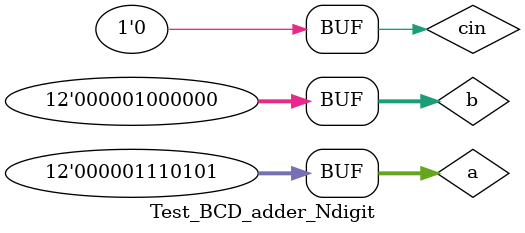
<source format=v>
module Test_BCD_adder_Ndigit;   
    wire [11:0] s;
    wire cout;

    reg [11:0] a;
    reg [11:0] b;
    reg cin; 

    bcd_adder_Ndigit uut (
        s,cout,a,b,cin
   );
    
    initial begin
        a = 0;  b = 0;  cin = 0;

        #10; 
        	 a=12'b010010011001; b=12'b010010010000; cin=1'b0; //49 + 49
        #10  a=12'b000100010001; b=12'b001000011100; cin=1'b0; //11 + 21
        #10  a=12'b000001110101; b=12'b000001000000; cin=1'b0; //7 + 4
        //#10  a=8'b00000111; b=8'b00000100; cin=1'b1; //7 + 4, with carry
        //#10  a=8'b00001001; b=8'b00001001; cin=1'b0; //9 + 9
        //#10  a=8'b00001001; b=8'b00001001; cin=1'b1; //9 + 9, with carry
        //#10  a=8'b10010001; b=8'b00001001; cin=1'b0; //91 + 9
        #20;

    end 
 
    initial begin
	    $monitor("T = %2t, a = %b, b = %b, cin = %b : Sum = %b, Cout = %b",$time, a, b, cin, s, cout);
		$dumpfile("bcd_adder_Ndigit.vcd");
		$dumpvars;
    end          
endmodule


</source>
